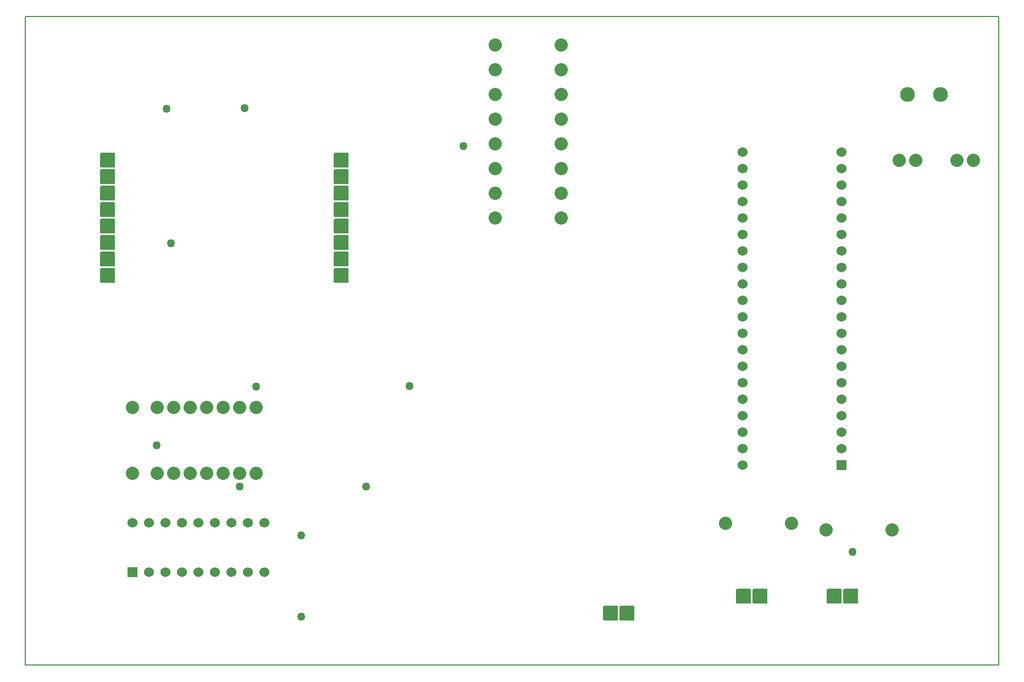
<source format=gbr>
G04 PROTEUS GERBER X2 FILE*
%TF.GenerationSoftware,Labcenter,Proteus,8.5-SP0-Build22067*%
%TF.CreationDate,2018-12-10T22:23:18+00:00*%
%TF.FileFunction,Soldermask,Top*%
%TF.FilePolarity,Negative*%
%TF.Part,Single*%
%FSLAX45Y45*%
%MOMM*%
G01*
%TA.AperFunction,Material*%
%ADD20C,1.270000*%
%AMPPAD013*
4,1,36,
-1.016000,1.143000,
1.016000,1.143000,
1.041970,1.140470,
1.065980,1.133200,
1.087580,1.121650,
1.106290,1.106290,
1.121650,1.087570,
1.133200,1.065980,
1.140470,1.041970,
1.143000,1.016000,
1.143000,-1.016000,
1.140470,-1.041970,
1.133200,-1.065980,
1.121650,-1.087570,
1.106290,-1.106290,
1.087580,-1.121650,
1.065980,-1.133200,
1.041970,-1.140470,
1.016000,-1.143000,
-1.016000,-1.143000,
-1.041970,-1.140470,
-1.065980,-1.133200,
-1.087580,-1.121650,
-1.106290,-1.106290,
-1.121650,-1.087570,
-1.133200,-1.065980,
-1.140470,-1.041970,
-1.143000,-1.016000,
-1.143000,1.016000,
-1.140470,1.041970,
-1.133200,1.065980,
-1.121650,1.087570,
-1.106290,1.106290,
-1.087580,1.121650,
-1.065980,1.133200,
-1.041970,1.140470,
-1.016000,1.143000,
0*%
%ADD21PPAD013*%
%AMPPAD014*
4,1,36,
-0.762000,-0.635000,
-0.762000,0.635000,
-0.759470,0.660970,
-0.752200,0.684980,
-0.740650,0.706580,
-0.725290,0.725290,
-0.706570,0.740650,
-0.684980,0.752200,
-0.660970,0.759470,
-0.635000,0.762000,
0.635000,0.762000,
0.660970,0.759470,
0.684980,0.752200,
0.706570,0.740650,
0.725290,0.725290,
0.740650,0.706580,
0.752200,0.684980,
0.759470,0.660970,
0.762000,0.635000,
0.762000,-0.635000,
0.759470,-0.660970,
0.752200,-0.684980,
0.740650,-0.706580,
0.725290,-0.725290,
0.706570,-0.740650,
0.684980,-0.752200,
0.660970,-0.759470,
0.635000,-0.762000,
-0.635000,-0.762000,
-0.660970,-0.759470,
-0.684980,-0.752200,
-0.706570,-0.740650,
-0.725290,-0.725290,
-0.740650,-0.706580,
-0.752200,-0.684980,
-0.759470,-0.660970,
-0.762000,-0.635000,
0*%
%ADD22PPAD014*%
%ADD23C,1.524000*%
%ADD24C,2.286000*%
%ADD25C,2.032000*%
%AMPPAD018*
4,1,36,
-0.635000,0.762000,
0.635000,0.762000,
0.660970,0.759470,
0.684980,0.752200,
0.706580,0.740650,
0.725290,0.725290,
0.740650,0.706570,
0.752200,0.684980,
0.759470,0.660970,
0.762000,0.635000,
0.762000,-0.635000,
0.759470,-0.660970,
0.752200,-0.684980,
0.740650,-0.706570,
0.725290,-0.725290,
0.706580,-0.740650,
0.684980,-0.752200,
0.660970,-0.759470,
0.635000,-0.762000,
-0.635000,-0.762000,
-0.660970,-0.759470,
-0.684980,-0.752200,
-0.706580,-0.740650,
-0.725290,-0.725290,
-0.740650,-0.706570,
-0.752200,-0.684980,
-0.759470,-0.660970,
-0.762000,-0.635000,
-0.762000,0.635000,
-0.759470,0.660970,
-0.752200,0.684980,
-0.740650,0.706570,
-0.725290,0.725290,
-0.706580,0.740650,
-0.684980,0.752200,
-0.660970,0.759470,
-0.635000,0.762000,
0*%
%ADD26PPAD018*%
%TA.AperFunction,Profile*%
%ADD17C,0.203200*%
D20*
X-4445000Y-2750000D03*
X-2500000Y-2750000D03*
X-5721004Y-2113665D03*
X-5500000Y+1000000D03*
X-5572693Y+3076969D03*
X-4365055Y+3084819D03*
X-1000000Y+2500000D03*
X-4186562Y-1207448D03*
X-1825157Y-1197894D03*
X-3500000Y-3500000D03*
X-3500000Y-4750000D03*
X+5000000Y-3750000D03*
D21*
X-6477000Y+2286000D03*
X-6477000Y+2032000D03*
X-6477000Y+1778000D03*
X-6477000Y+1524000D03*
X-6477000Y+1270000D03*
X-6477000Y+1016000D03*
X-6477000Y+762000D03*
X-6477000Y+508000D03*
X-2877820Y+2286000D03*
X-2877820Y+2032000D03*
X-2877820Y+1778000D03*
X-2877820Y+1524000D03*
X-2877820Y+1270000D03*
X-2877820Y+1016000D03*
X-2877820Y+762000D03*
X-2877820Y+508000D03*
D22*
X+4826000Y-2413000D03*
D23*
X+4826000Y-2159000D03*
X+4826000Y-1905000D03*
X+4826000Y-1651000D03*
X+4826000Y-1397000D03*
X+4826000Y-1143000D03*
X+4826000Y-889000D03*
X+4826000Y-635000D03*
X+4826000Y-381000D03*
X+4826000Y-127000D03*
X+4826000Y+127000D03*
X+4826000Y+381000D03*
X+4826000Y+635000D03*
X+4826000Y+889000D03*
X+4826000Y+1143000D03*
X+4826000Y+1397000D03*
X+4826000Y+1651000D03*
X+4826000Y+1905000D03*
X+4826000Y+2159000D03*
X+4826000Y+2413000D03*
X+3302000Y+2413000D03*
X+3302000Y+2159000D03*
X+3302000Y+1905000D03*
X+3302000Y+1651000D03*
X+3302000Y+1397000D03*
X+3302000Y+1143000D03*
X+3302000Y+889000D03*
X+3302000Y+635000D03*
X+3302000Y+381000D03*
X+3302000Y+127000D03*
X+3302000Y-127000D03*
X+3302000Y-381000D03*
X+3302000Y-635000D03*
X+3302000Y-889000D03*
X+3302000Y-1143000D03*
X+3302000Y-1397000D03*
X+3302000Y-1651000D03*
X+3302000Y-1905000D03*
X+3302000Y-2159000D03*
X+3302000Y-2413000D03*
D24*
X+6350000Y+3302000D03*
X+5842000Y+3302000D03*
D25*
X+5715000Y+2286000D03*
X+5969000Y+2286000D03*
X+6604000Y+2286000D03*
X+6858000Y+2286000D03*
X-508000Y+4064000D03*
X+508000Y+4064000D03*
X-508000Y+3683000D03*
X+508000Y+3683000D03*
X-508000Y+3302000D03*
X+508000Y+3302000D03*
X-508000Y+2921000D03*
X+508000Y+2921000D03*
X-508000Y+2540000D03*
X+508000Y+2540000D03*
X-508000Y+2159000D03*
X+508000Y+2159000D03*
X-508000Y+1778000D03*
X+508000Y+1778000D03*
X-508000Y+1397000D03*
X+508000Y+1397000D03*
D26*
X-6096000Y-4064000D03*
D23*
X-5842000Y-4064000D03*
X-5588000Y-4064000D03*
X-5334000Y-4064000D03*
X-5080000Y-4064000D03*
X-4826000Y-4064000D03*
X-4572000Y-4064000D03*
X-4318000Y-4064000D03*
X-4064000Y-4064000D03*
X-4064000Y-3302000D03*
X-4318000Y-3302000D03*
X-4572000Y-3302000D03*
X-4826000Y-3302000D03*
X-5080000Y-3302000D03*
X-5334000Y-3302000D03*
X-5588000Y-3302000D03*
X-5842000Y-3302000D03*
X-6096000Y-3302000D03*
D25*
X-6096000Y-2540000D03*
X-6096000Y-1524000D03*
X-5715000Y-2540000D03*
X-5715000Y-1524000D03*
X-5461000Y-2540000D03*
X-5461000Y-1524000D03*
X-5207000Y-2540000D03*
X-5207000Y-1524000D03*
X-4953000Y-2540000D03*
X-4953000Y-1524000D03*
X-4699000Y-2540000D03*
X-4699000Y-1524000D03*
X-4445000Y-2540000D03*
X-4445000Y-1524000D03*
X-4191000Y-2540000D03*
X-4191000Y-1524000D03*
D21*
X+1270000Y-4699000D03*
X+1524000Y-4699000D03*
X+4715000Y-4437000D03*
X+4969000Y-4437000D03*
D25*
X+3040000Y-3314000D03*
X+4056000Y-3314000D03*
X+4588000Y-3417000D03*
X+5604000Y-3417000D03*
D21*
X+3318000Y-4437000D03*
X+3572000Y-4437000D03*
D17*
X-7750000Y-5500000D02*
X+7250000Y-5500000D01*
X+7250000Y+4500000D01*
X-7750000Y+4500000D01*
X-7750000Y-5500000D01*
M02*

</source>
